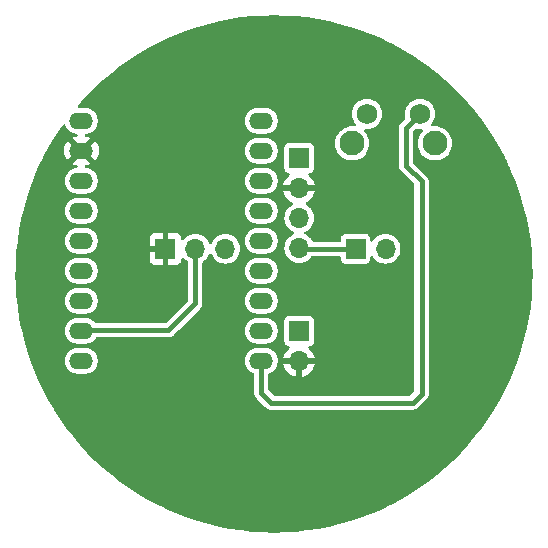
<source format=gbl>
G04 #@! TF.GenerationSoftware,KiCad,Pcbnew,8.0.6*
G04 #@! TF.CreationDate,2024-11-23T11:54:57+01:00*
G04 #@! TF.ProjectId,ChristmasTreeBrain,43687269-7374-46d6-9173-547265654272,rev?*
G04 #@! TF.SameCoordinates,Original*
G04 #@! TF.FileFunction,Copper,L2,Bot*
G04 #@! TF.FilePolarity,Positive*
%FSLAX46Y46*%
G04 Gerber Fmt 4.6, Leading zero omitted, Abs format (unit mm)*
G04 Created by KiCad (PCBNEW 8.0.6) date 2024-11-23 11:54:57*
%MOMM*%
%LPD*%
G01*
G04 APERTURE LIST*
G04 #@! TA.AperFunction,ComponentPad*
%ADD10C,2.100000*%
G04 #@! TD*
G04 #@! TA.AperFunction,ComponentPad*
%ADD11C,1.750000*%
G04 #@! TD*
G04 #@! TA.AperFunction,ComponentPad*
%ADD12O,2.000000X1.400000*%
G04 #@! TD*
G04 #@! TA.AperFunction,ComponentPad*
%ADD13R,1.700000X1.700000*%
G04 #@! TD*
G04 #@! TA.AperFunction,ComponentPad*
%ADD14O,1.700000X1.700000*%
G04 #@! TD*
G04 #@! TA.AperFunction,Conductor*
%ADD15C,0.400000*%
G04 #@! TD*
G04 APERTURE END LIST*
D10*
X206680000Y-48150000D03*
X213690000Y-48150000D03*
D11*
X207930000Y-45660000D03*
X212430000Y-45660000D03*
D12*
X183740000Y-46240000D03*
X183740000Y-48780000D03*
X183740000Y-51320000D03*
X183740000Y-53860000D03*
X183740000Y-56400000D03*
X183740000Y-58940000D03*
X183740000Y-61480000D03*
X183740000Y-64020000D03*
X183740000Y-66560000D03*
X198980000Y-66560000D03*
X198980000Y-64020000D03*
X198980000Y-61480000D03*
X198980000Y-58940000D03*
X198980000Y-56400000D03*
X198980000Y-53860000D03*
X198980000Y-51320000D03*
X198980000Y-48780000D03*
X198980000Y-46240000D03*
D13*
X202187686Y-49392309D03*
D14*
X202187686Y-51932309D03*
X202187686Y-54472309D03*
X202187686Y-57012309D03*
D13*
X190869995Y-57080000D03*
D14*
X193409995Y-57080000D03*
X195949995Y-57080000D03*
D13*
X202187686Y-64042309D03*
D14*
X202187686Y-66582309D03*
D13*
X206964995Y-57080000D03*
D14*
X209504995Y-57080000D03*
D15*
X195970000Y-57059995D02*
X195949995Y-57080000D01*
X193400000Y-57089995D02*
X193409995Y-57080000D01*
X193400000Y-61680000D02*
X193400000Y-57089995D01*
X183780000Y-63980000D02*
X183740000Y-64020000D01*
X191100000Y-63980000D02*
X183780000Y-63980000D01*
X193400000Y-61680000D02*
X191100000Y-63980000D01*
X206964995Y-57080000D02*
X202255377Y-57080000D01*
X207910000Y-45640000D02*
X207930000Y-45660000D01*
X211220000Y-50040000D02*
X211220000Y-46870000D01*
X212550000Y-69350000D02*
X212550000Y-51370000D01*
X212550000Y-51370000D02*
X211220000Y-50040000D01*
X199810000Y-70110000D02*
X198980000Y-69280000D01*
X211790000Y-70110000D02*
X199810000Y-70110000D01*
X198980000Y-69280000D02*
X198980000Y-66560000D01*
X211220000Y-46870000D02*
X212430000Y-45660000D01*
X211790000Y-70110000D02*
X212550000Y-69350000D01*
G04 #@! TA.AperFunction,Conductor*
G36*
X200991841Y-37330176D02*
G01*
X200997016Y-37330396D01*
X201919607Y-37389227D01*
X201924824Y-37389671D01*
X202844029Y-37487599D01*
X202849184Y-37488258D01*
X203763470Y-37625120D01*
X203768595Y-37625999D01*
X204676224Y-37801536D01*
X204681292Y-37802628D01*
X205580658Y-38016528D01*
X205585685Y-38017837D01*
X206475182Y-38269721D01*
X206480157Y-38271246D01*
X207358090Y-38560629D01*
X207363025Y-38562372D01*
X208227952Y-38888781D01*
X208232764Y-38890715D01*
X209083025Y-39253525D01*
X209087775Y-39255672D01*
X209921858Y-39654233D01*
X209926558Y-39656603D01*
X210742951Y-40090193D01*
X210747546Y-40092760D01*
X211109185Y-40304978D01*
X211544804Y-40560610D01*
X211549261Y-40563354D01*
X212171692Y-40965065D01*
X212325963Y-41064630D01*
X212330324Y-41067578D01*
X213085020Y-41601345D01*
X213089252Y-41604475D01*
X213820616Y-42169792D01*
X213824711Y-42173099D01*
X214531428Y-42768951D01*
X214535380Y-42772429D01*
X215216188Y-43397754D01*
X215219988Y-43401396D01*
X215873603Y-44055011D01*
X215877245Y-44058811D01*
X216502570Y-44739619D01*
X216506048Y-44743571D01*
X217101900Y-45450288D01*
X217105207Y-45454383D01*
X217670524Y-46185747D01*
X217673654Y-46189979D01*
X218207421Y-46944675D01*
X218210369Y-46949036D01*
X218711637Y-47725725D01*
X218714397Y-47730208D01*
X219182239Y-48527453D01*
X219184806Y-48532048D01*
X219618396Y-49348441D01*
X219620766Y-49353141D01*
X219689474Y-49496928D01*
X219995328Y-50137000D01*
X220019312Y-50187191D01*
X220021480Y-50191988D01*
X220067624Y-50300128D01*
X220321117Y-50894201D01*
X220384269Y-51042199D01*
X220386227Y-51047071D01*
X220456541Y-51233389D01*
X220712622Y-51911960D01*
X220714375Y-51916924D01*
X221003744Y-52794813D01*
X221005286Y-52799846D01*
X221257153Y-53689281D01*
X221258478Y-53694374D01*
X221437639Y-54447674D01*
X221472362Y-54593668D01*
X221473471Y-54598814D01*
X221648994Y-55506372D01*
X221649884Y-55511560D01*
X221786736Y-56425782D01*
X221787404Y-56431003D01*
X221885326Y-57350161D01*
X221885773Y-57355406D01*
X221944601Y-58277941D01*
X221944824Y-58283200D01*
X221964444Y-59207368D01*
X221964444Y-59212632D01*
X221944824Y-60136799D01*
X221944601Y-60142058D01*
X221885773Y-61064593D01*
X221885326Y-61069838D01*
X221787404Y-61988996D01*
X221786736Y-61994217D01*
X221649884Y-62908439D01*
X221648994Y-62913627D01*
X221473471Y-63821185D01*
X221472362Y-63826331D01*
X221258479Y-64725624D01*
X221257153Y-64730718D01*
X221005286Y-65620153D01*
X221003744Y-65625186D01*
X220714375Y-66503075D01*
X220712622Y-66508039D01*
X220386232Y-67372916D01*
X220384269Y-67377800D01*
X220021480Y-68228011D01*
X220019312Y-68232808D01*
X219620766Y-69066858D01*
X219618396Y-69071558D01*
X219184806Y-69887951D01*
X219182239Y-69892546D01*
X218714397Y-70689791D01*
X218711637Y-70694274D01*
X218210369Y-71470963D01*
X218207421Y-71475324D01*
X217673654Y-72230020D01*
X217670524Y-72234252D01*
X217105207Y-72965616D01*
X217101900Y-72969711D01*
X216506048Y-73676428D01*
X216502570Y-73680380D01*
X215877245Y-74361188D01*
X215873603Y-74364988D01*
X215219988Y-75018603D01*
X215216188Y-75022245D01*
X214535380Y-75647570D01*
X214531428Y-75651048D01*
X213824711Y-76246900D01*
X213820616Y-76250207D01*
X213089252Y-76815524D01*
X213085020Y-76818654D01*
X212330324Y-77352421D01*
X212325963Y-77355369D01*
X211549274Y-77856637D01*
X211544791Y-77859397D01*
X210747546Y-78327239D01*
X210742951Y-78329806D01*
X209926558Y-78763396D01*
X209921858Y-78765766D01*
X209087808Y-79164312D01*
X209083011Y-79166480D01*
X208232800Y-79529269D01*
X208227916Y-79531232D01*
X207363039Y-79857622D01*
X207358075Y-79859375D01*
X206480186Y-80148744D01*
X206475153Y-80150286D01*
X205585718Y-80402153D01*
X205580624Y-80403479D01*
X204681331Y-80617362D01*
X204676185Y-80618471D01*
X203768627Y-80793994D01*
X203763439Y-80794884D01*
X202849217Y-80931736D01*
X202843996Y-80932404D01*
X201924838Y-81030326D01*
X201919593Y-81030773D01*
X200997058Y-81089601D01*
X200991799Y-81089824D01*
X200067632Y-81109444D01*
X200062368Y-81109444D01*
X199138200Y-81089824D01*
X199132941Y-81089601D01*
X198210406Y-81030773D01*
X198205161Y-81030326D01*
X197286003Y-80932404D01*
X197280782Y-80931736D01*
X196366560Y-80794884D01*
X196361372Y-80793994D01*
X195453814Y-80618471D01*
X195448668Y-80617362D01*
X194549375Y-80403479D01*
X194544281Y-80402153D01*
X193654846Y-80150286D01*
X193649813Y-80148744D01*
X192771924Y-79859375D01*
X192766960Y-79857622D01*
X192320157Y-79689006D01*
X191902071Y-79531227D01*
X191897211Y-79529274D01*
X191046988Y-79166480D01*
X191042203Y-79164317D01*
X190625166Y-78965039D01*
X190208141Y-78765766D01*
X190203441Y-78763396D01*
X189387048Y-78329806D01*
X189382453Y-78327239D01*
X188585208Y-77859397D01*
X188580725Y-77856637D01*
X187804036Y-77355369D01*
X187799675Y-77352421D01*
X187044979Y-76818654D01*
X187040747Y-76815524D01*
X186309383Y-76250207D01*
X186305288Y-76246900D01*
X185598571Y-75651048D01*
X185594619Y-75647570D01*
X184913811Y-75022245D01*
X184910011Y-75018603D01*
X184256396Y-74364988D01*
X184252754Y-74361188D01*
X183627429Y-73680380D01*
X183623951Y-73676428D01*
X183028099Y-72969711D01*
X183024792Y-72965616D01*
X182459475Y-72234252D01*
X182456345Y-72230020D01*
X181922578Y-71475324D01*
X181919630Y-71470963D01*
X181428834Y-70710500D01*
X181418354Y-70694261D01*
X181415602Y-70689791D01*
X181403739Y-70669576D01*
X180947760Y-69892546D01*
X180945193Y-69887951D01*
X180511603Y-69071558D01*
X180509233Y-69066858D01*
X180251034Y-68526516D01*
X180110672Y-68232775D01*
X180108519Y-68228011D01*
X179745715Y-67377764D01*
X179743781Y-67372952D01*
X179417372Y-66508025D01*
X179415624Y-66503075D01*
X179405839Y-66473389D01*
X182339500Y-66473389D01*
X182339500Y-66646611D01*
X182347677Y-66698239D01*
X182359882Y-66775302D01*
X182366598Y-66817701D01*
X182420127Y-66982445D01*
X182498768Y-67136788D01*
X182600586Y-67276928D01*
X182723072Y-67399414D01*
X182863212Y-67501232D01*
X183017555Y-67579873D01*
X183182299Y-67633402D01*
X183353389Y-67660500D01*
X183353390Y-67660500D01*
X184126610Y-67660500D01*
X184126611Y-67660500D01*
X184297701Y-67633402D01*
X184462445Y-67579873D01*
X184616788Y-67501232D01*
X184756928Y-67399414D01*
X184879414Y-67276928D01*
X184981232Y-67136788D01*
X185059873Y-66982445D01*
X185113402Y-66817701D01*
X185140500Y-66646611D01*
X185140500Y-66473389D01*
X197579500Y-66473389D01*
X197579500Y-66646611D01*
X197587677Y-66698239D01*
X197599882Y-66775302D01*
X197606598Y-66817701D01*
X197660127Y-66982445D01*
X197738768Y-67136788D01*
X197840586Y-67276928D01*
X197963072Y-67399414D01*
X198037365Y-67453391D01*
X198103213Y-67501233D01*
X198257551Y-67579871D01*
X198257555Y-67579873D01*
X198293818Y-67591655D01*
X198351492Y-67631091D01*
X198378691Y-67695449D01*
X198379500Y-67709586D01*
X198379500Y-69193330D01*
X198379499Y-69193348D01*
X198379499Y-69359054D01*
X198379498Y-69359054D01*
X198420423Y-69511785D01*
X198442730Y-69550422D01*
X198442732Y-69550424D01*
X198499479Y-69648714D01*
X198499481Y-69648717D01*
X198618349Y-69767585D01*
X198618355Y-69767590D01*
X199325139Y-70474374D01*
X199325149Y-70474385D01*
X199329479Y-70478715D01*
X199329480Y-70478716D01*
X199441284Y-70590520D01*
X199528095Y-70640639D01*
X199528097Y-70640641D01*
X199578213Y-70669576D01*
X199578215Y-70669577D01*
X199730942Y-70710500D01*
X199730943Y-70710500D01*
X211703331Y-70710500D01*
X211703347Y-70710501D01*
X211710943Y-70710501D01*
X211869054Y-70710501D01*
X211869057Y-70710501D01*
X212021785Y-70669577D01*
X212071904Y-70640639D01*
X212158716Y-70590520D01*
X212270520Y-70478716D01*
X212270520Y-70478714D01*
X212280728Y-70468507D01*
X212280730Y-70468504D01*
X212908506Y-69840728D01*
X212908511Y-69840724D01*
X212918714Y-69830520D01*
X212918716Y-69830520D01*
X213030520Y-69718716D01*
X213082040Y-69629480D01*
X213109577Y-69581785D01*
X213150500Y-69429058D01*
X213150500Y-69270943D01*
X213150500Y-51459059D01*
X213150501Y-51459046D01*
X213150501Y-51290945D01*
X213150501Y-51290943D01*
X213109577Y-51138215D01*
X213080639Y-51088095D01*
X213030520Y-51001284D01*
X212918716Y-50889480D01*
X212918715Y-50889479D01*
X212914385Y-50885149D01*
X212914374Y-50885139D01*
X211856819Y-49827584D01*
X211823334Y-49766261D01*
X211820500Y-49739903D01*
X211820500Y-47170096D01*
X211840185Y-47103057D01*
X211856815Y-47082419D01*
X212007706Y-46931527D01*
X212069029Y-46898043D01*
X212127479Y-46899433D01*
X212207666Y-46920920D01*
X212385533Y-46936481D01*
X212429999Y-46940372D01*
X212430000Y-46940372D01*
X212430001Y-46940372D01*
X212463357Y-46937453D01*
X212548491Y-46930005D01*
X212616991Y-46943771D01*
X212667174Y-46992386D01*
X212683108Y-47060415D01*
X212659733Y-47126259D01*
X212650529Y-47137515D01*
X212541435Y-47256022D01*
X212541427Y-47256033D01*
X212409951Y-47457270D01*
X212313389Y-47677410D01*
X212254379Y-47910440D01*
X212234529Y-48149994D01*
X212234529Y-48150005D01*
X212254379Y-48389559D01*
X212313389Y-48622589D01*
X212409951Y-48842729D01*
X212430674Y-48874447D01*
X212541429Y-49043969D01*
X212704236Y-49220825D01*
X212704239Y-49220827D01*
X212704242Y-49220830D01*
X212893924Y-49368466D01*
X212893930Y-49368470D01*
X212893933Y-49368472D01*
X213105344Y-49482882D01*
X213105347Y-49482883D01*
X213332699Y-49560933D01*
X213332701Y-49560933D01*
X213332703Y-49560934D01*
X213569808Y-49600500D01*
X213569809Y-49600500D01*
X213810191Y-49600500D01*
X213810192Y-49600500D01*
X214047297Y-49560934D01*
X214274656Y-49482882D01*
X214486067Y-49368472D01*
X214675764Y-49220825D01*
X214838571Y-49043969D01*
X214970049Y-48842728D01*
X215066610Y-48622591D01*
X215125620Y-48389563D01*
X215144919Y-48156661D01*
X215145471Y-48150005D01*
X215145471Y-48149994D01*
X215125620Y-47910440D01*
X215125620Y-47910437D01*
X215066610Y-47677409D01*
X214970049Y-47457272D01*
X214909611Y-47364766D01*
X214876054Y-47313403D01*
X214838571Y-47256031D01*
X214675764Y-47079175D01*
X214675759Y-47079171D01*
X214675757Y-47079169D01*
X214486075Y-46931533D01*
X214486069Y-46931529D01*
X214274657Y-46817118D01*
X214274652Y-46817116D01*
X214047300Y-46739066D01*
X213867080Y-46708993D01*
X213810192Y-46699500D01*
X213569808Y-46699500D01*
X213500912Y-46710996D01*
X213431547Y-46702614D01*
X213377725Y-46658060D01*
X213356534Y-46591481D01*
X213374703Y-46524015D01*
X213392820Y-46501008D01*
X213410822Y-46483007D01*
X213538835Y-46300186D01*
X213633156Y-46097913D01*
X213690920Y-45882334D01*
X213710372Y-45660000D01*
X213690920Y-45437666D01*
X213633156Y-45222087D01*
X213538835Y-45019814D01*
X213410822Y-44836993D01*
X213253007Y-44679178D01*
X213070186Y-44551165D01*
X212867913Y-44456844D01*
X212867909Y-44456843D01*
X212867905Y-44456841D01*
X212652339Y-44399081D01*
X212652329Y-44399079D01*
X212430001Y-44379628D01*
X212429999Y-44379628D01*
X212207670Y-44399079D01*
X212207660Y-44399081D01*
X211992094Y-44456841D01*
X211992087Y-44456843D01*
X211992087Y-44456844D01*
X211789814Y-44551165D01*
X211606993Y-44679178D01*
X211606991Y-44679179D01*
X211606988Y-44679182D01*
X211449182Y-44836988D01*
X211449179Y-44836991D01*
X211449178Y-44836993D01*
X211321165Y-45019814D01*
X211227758Y-45220128D01*
X211226845Y-45222085D01*
X211226841Y-45222094D01*
X211169081Y-45437660D01*
X211169079Y-45437670D01*
X211149628Y-45659999D01*
X211149628Y-45660000D01*
X211169079Y-45882329D01*
X211169081Y-45882339D01*
X211190565Y-45962518D01*
X211188902Y-46032368D01*
X211158471Y-46082292D01*
X210851286Y-46389478D01*
X210739481Y-46501282D01*
X210739477Y-46501287D01*
X210721581Y-46532286D01*
X210720432Y-46534277D01*
X210687405Y-46591481D01*
X210665156Y-46630018D01*
X210660423Y-46638215D01*
X210619499Y-46790943D01*
X210619499Y-46790945D01*
X210619499Y-46959046D01*
X210619500Y-46959059D01*
X210619500Y-49953330D01*
X210619499Y-49953348D01*
X210619499Y-50119054D01*
X210619498Y-50119054D01*
X210660423Y-50271785D01*
X210689358Y-50321900D01*
X210689359Y-50321904D01*
X210689360Y-50321904D01*
X210715748Y-50367611D01*
X210739479Y-50408714D01*
X210739481Y-50408717D01*
X210858349Y-50527585D01*
X210858355Y-50527590D01*
X211913181Y-51582416D01*
X211946666Y-51643739D01*
X211949500Y-51670097D01*
X211949500Y-69049903D01*
X211929815Y-69116942D01*
X211913181Y-69137584D01*
X211577584Y-69473181D01*
X211516261Y-69506666D01*
X211489903Y-69509500D01*
X200110097Y-69509500D01*
X200043058Y-69489815D01*
X200022416Y-69473181D01*
X199616819Y-69067584D01*
X199583334Y-69006261D01*
X199580500Y-68979903D01*
X199580500Y-67709586D01*
X199600185Y-67642547D01*
X199652989Y-67596792D01*
X199666171Y-67591658D01*
X199702445Y-67579873D01*
X199856788Y-67501232D01*
X199996928Y-67399414D01*
X200119414Y-67276928D01*
X200221232Y-67136788D01*
X200299873Y-66982445D01*
X200353402Y-66817701D01*
X200380500Y-66646611D01*
X200380500Y-66473389D01*
X200358155Y-66332308D01*
X200857050Y-66332308D01*
X200857050Y-66332309D01*
X201754674Y-66332309D01*
X201721761Y-66389316D01*
X201687686Y-66516483D01*
X201687686Y-66648135D01*
X201721761Y-66775302D01*
X201754674Y-66832309D01*
X200857050Y-66832309D01*
X200914253Y-67045795D01*
X200914256Y-67045801D01*
X201014085Y-67259887D01*
X201149580Y-67453391D01*
X201316603Y-67620414D01*
X201510107Y-67755909D01*
X201724193Y-67855738D01*
X201724202Y-67855742D01*
X201937686Y-67912943D01*
X201937686Y-67015321D01*
X201994693Y-67048234D01*
X202121860Y-67082309D01*
X202253512Y-67082309D01*
X202380679Y-67048234D01*
X202437686Y-67015321D01*
X202437686Y-67912942D01*
X202651169Y-67855742D01*
X202651178Y-67855738D01*
X202865264Y-67755909D01*
X203058768Y-67620414D01*
X203225791Y-67453391D01*
X203361286Y-67259887D01*
X203461115Y-67045801D01*
X203461118Y-67045795D01*
X203518322Y-66832309D01*
X202620698Y-66832309D01*
X202653611Y-66775302D01*
X202687686Y-66648135D01*
X202687686Y-66516483D01*
X202653611Y-66389316D01*
X202620698Y-66332309D01*
X203518322Y-66332309D01*
X203518321Y-66332308D01*
X203461118Y-66118822D01*
X203461115Y-66118816D01*
X203361286Y-65904731D01*
X203361285Y-65904729D01*
X203225799Y-65711235D01*
X203225794Y-65711229D01*
X203058766Y-65544201D01*
X203019300Y-65516566D01*
X202975676Y-65461988D01*
X202968484Y-65392490D01*
X203000007Y-65330135D01*
X203060238Y-65294723D01*
X203071007Y-65292522D01*
X203162990Y-65277955D01*
X203276028Y-65220359D01*
X203365736Y-65130651D01*
X203423332Y-65017613D01*
X203423332Y-65017611D01*
X203423333Y-65017610D01*
X203438185Y-64923833D01*
X203438186Y-64923828D01*
X203438185Y-63160791D01*
X203423332Y-63067005D01*
X203365736Y-62953967D01*
X203365732Y-62953963D01*
X203365731Y-62953961D01*
X203276033Y-62864263D01*
X203276030Y-62864261D01*
X203276028Y-62864259D01*
X203199203Y-62825114D01*
X203162987Y-62806661D01*
X203069210Y-62791809D01*
X201306168Y-62791809D01*
X201225205Y-62804632D01*
X201212382Y-62806663D01*
X201099344Y-62864259D01*
X201099343Y-62864260D01*
X201099338Y-62864263D01*
X201009640Y-62953961D01*
X201009637Y-62953966D01*
X200952038Y-63067007D01*
X200937186Y-63160784D01*
X200937186Y-64923826D01*
X200947978Y-64991966D01*
X200952040Y-65017613D01*
X201009636Y-65130651D01*
X201009638Y-65130653D01*
X201009640Y-65130656D01*
X201099338Y-65220354D01*
X201099340Y-65220355D01*
X201099344Y-65220359D01*
X201212382Y-65277955D01*
X201212383Y-65277955D01*
X201212385Y-65277956D01*
X201304341Y-65292520D01*
X201367476Y-65322449D01*
X201404408Y-65381760D01*
X201403410Y-65451622D01*
X201364801Y-65509855D01*
X201356069Y-65516567D01*
X201316610Y-65544196D01*
X201149577Y-65711229D01*
X201149572Y-65711235D01*
X201014086Y-65904729D01*
X201014085Y-65904731D01*
X200914256Y-66118816D01*
X200914253Y-66118822D01*
X200857050Y-66332308D01*
X200358155Y-66332308D01*
X200353402Y-66302299D01*
X200299873Y-66137555D01*
X200221232Y-65983212D01*
X200119414Y-65843072D01*
X199996928Y-65720586D01*
X199856788Y-65618768D01*
X199702445Y-65540127D01*
X199537701Y-65486598D01*
X199537699Y-65486597D01*
X199537698Y-65486597D01*
X199406271Y-65465781D01*
X199366611Y-65459500D01*
X198593389Y-65459500D01*
X198553728Y-65465781D01*
X198422302Y-65486597D01*
X198257552Y-65540128D01*
X198103211Y-65618768D01*
X198094378Y-65625186D01*
X197963072Y-65720586D01*
X197963070Y-65720588D01*
X197963069Y-65720588D01*
X197840588Y-65843069D01*
X197840588Y-65843070D01*
X197840586Y-65843072D01*
X197796859Y-65903256D01*
X197738768Y-65983211D01*
X197660128Y-66137552D01*
X197606597Y-66302302D01*
X197592816Y-66389316D01*
X197579500Y-66473389D01*
X185140500Y-66473389D01*
X185113402Y-66302299D01*
X185059873Y-66137555D01*
X184981232Y-65983212D01*
X184879414Y-65843072D01*
X184756928Y-65720586D01*
X184616788Y-65618768D01*
X184462445Y-65540127D01*
X184297701Y-65486598D01*
X184297699Y-65486597D01*
X184297698Y-65486597D01*
X184166271Y-65465781D01*
X184126611Y-65459500D01*
X183353389Y-65459500D01*
X183313728Y-65465781D01*
X183182302Y-65486597D01*
X183017552Y-65540128D01*
X182863211Y-65618768D01*
X182854378Y-65625186D01*
X182723072Y-65720586D01*
X182723070Y-65720588D01*
X182723069Y-65720588D01*
X182600588Y-65843069D01*
X182600588Y-65843070D01*
X182600586Y-65843072D01*
X182556859Y-65903256D01*
X182498768Y-65983211D01*
X182420128Y-66137552D01*
X182366597Y-66302302D01*
X182352816Y-66389316D01*
X182339500Y-66473389D01*
X179405839Y-66473389D01*
X179378127Y-66389316D01*
X179126246Y-65625157D01*
X179124721Y-65620182D01*
X178872837Y-64730685D01*
X178871528Y-64725658D01*
X178683099Y-63933389D01*
X182339500Y-63933389D01*
X182339500Y-64106611D01*
X182366598Y-64277701D01*
X182420127Y-64442445D01*
X182498768Y-64596788D01*
X182600586Y-64736928D01*
X182723072Y-64859414D01*
X182863212Y-64961232D01*
X183017555Y-65039873D01*
X183182299Y-65093402D01*
X183353389Y-65120500D01*
X183353390Y-65120500D01*
X184126610Y-65120500D01*
X184126611Y-65120500D01*
X184297701Y-65093402D01*
X184462445Y-65039873D01*
X184616788Y-64961232D01*
X184756928Y-64859414D01*
X184879414Y-64736928D01*
X184955929Y-64631613D01*
X185011259Y-64588949D01*
X185056247Y-64580500D01*
X191013331Y-64580500D01*
X191013347Y-64580501D01*
X191020943Y-64580501D01*
X191179054Y-64580501D01*
X191179057Y-64580501D01*
X191331785Y-64539577D01*
X191399435Y-64500519D01*
X191468716Y-64460520D01*
X191580520Y-64348716D01*
X191580520Y-64348714D01*
X191590724Y-64338511D01*
X191590728Y-64338506D01*
X191995845Y-63933389D01*
X197579500Y-63933389D01*
X197579500Y-64106611D01*
X197606598Y-64277701D01*
X197660127Y-64442445D01*
X197738768Y-64596788D01*
X197840586Y-64736928D01*
X197963072Y-64859414D01*
X198103212Y-64961232D01*
X198257555Y-65039873D01*
X198422299Y-65093402D01*
X198593389Y-65120500D01*
X198593390Y-65120500D01*
X199366610Y-65120500D01*
X199366611Y-65120500D01*
X199537701Y-65093402D01*
X199702445Y-65039873D01*
X199856788Y-64961232D01*
X199996928Y-64859414D01*
X200119414Y-64736928D01*
X200221232Y-64596788D01*
X200299873Y-64442445D01*
X200353402Y-64277701D01*
X200380500Y-64106611D01*
X200380500Y-63933389D01*
X200353402Y-63762299D01*
X200299873Y-63597555D01*
X200221232Y-63443212D01*
X200119414Y-63303072D01*
X199996928Y-63180586D01*
X199856788Y-63078768D01*
X199702445Y-63000127D01*
X199537701Y-62946598D01*
X199537699Y-62946597D01*
X199537698Y-62946597D01*
X199406271Y-62925781D01*
X199366611Y-62919500D01*
X198593389Y-62919500D01*
X198553728Y-62925781D01*
X198422302Y-62946597D01*
X198257552Y-63000128D01*
X198103211Y-63078768D01*
X198023256Y-63136859D01*
X197963072Y-63180586D01*
X197963070Y-63180588D01*
X197963069Y-63180588D01*
X197840588Y-63303069D01*
X197840588Y-63303070D01*
X197840586Y-63303072D01*
X197840582Y-63303078D01*
X197738768Y-63443211D01*
X197660128Y-63597552D01*
X197606597Y-63762302D01*
X197596456Y-63826331D01*
X197579500Y-63933389D01*
X191995845Y-63933389D01*
X193768713Y-62160521D01*
X193768716Y-62160520D01*
X193880520Y-62048716D01*
X193930639Y-61961904D01*
X193959577Y-61911785D01*
X194000500Y-61759058D01*
X194000500Y-61600943D01*
X194000500Y-61393389D01*
X197579500Y-61393389D01*
X197579500Y-61566611D01*
X197606598Y-61737701D01*
X197660127Y-61902445D01*
X197738768Y-62056788D01*
X197840586Y-62196928D01*
X197963072Y-62319414D01*
X198103212Y-62421232D01*
X198257555Y-62499873D01*
X198422299Y-62553402D01*
X198593389Y-62580500D01*
X198593390Y-62580500D01*
X199366610Y-62580500D01*
X199366611Y-62580500D01*
X199537701Y-62553402D01*
X199702445Y-62499873D01*
X199856788Y-62421232D01*
X199996928Y-62319414D01*
X200119414Y-62196928D01*
X200221232Y-62056788D01*
X200299873Y-61902445D01*
X200353402Y-61737701D01*
X200380500Y-61566611D01*
X200380500Y-61393389D01*
X200353402Y-61222299D01*
X200299873Y-61057555D01*
X200221232Y-60903212D01*
X200119414Y-60763072D01*
X199996928Y-60640586D01*
X199856788Y-60538768D01*
X199702445Y-60460127D01*
X199537701Y-60406598D01*
X199537699Y-60406597D01*
X199537698Y-60406597D01*
X199406271Y-60385781D01*
X199366611Y-60379500D01*
X198593389Y-60379500D01*
X198553728Y-60385781D01*
X198422302Y-60406597D01*
X198257552Y-60460128D01*
X198103211Y-60538768D01*
X198023256Y-60596859D01*
X197963072Y-60640586D01*
X197963070Y-60640588D01*
X197963069Y-60640588D01*
X197840588Y-60763069D01*
X197840588Y-60763070D01*
X197840586Y-60763072D01*
X197796859Y-60823256D01*
X197738768Y-60903211D01*
X197660128Y-61057552D01*
X197606597Y-61222302D01*
X197581636Y-61379903D01*
X197579500Y-61393389D01*
X194000500Y-61393389D01*
X194000500Y-58853389D01*
X197579500Y-58853389D01*
X197579500Y-59026611D01*
X197606598Y-59197701D01*
X197660127Y-59362445D01*
X197738768Y-59516788D01*
X197840586Y-59656928D01*
X197963072Y-59779414D01*
X198103212Y-59881232D01*
X198257555Y-59959873D01*
X198422299Y-60013402D01*
X198593389Y-60040500D01*
X198593390Y-60040500D01*
X199366610Y-60040500D01*
X199366611Y-60040500D01*
X199537701Y-60013402D01*
X199702445Y-59959873D01*
X199856788Y-59881232D01*
X199996928Y-59779414D01*
X200119414Y-59656928D01*
X200221232Y-59516788D01*
X200299873Y-59362445D01*
X200353402Y-59197701D01*
X200380500Y-59026611D01*
X200380500Y-58853389D01*
X200353402Y-58682299D01*
X200299873Y-58517555D01*
X200221232Y-58363212D01*
X200119414Y-58223072D01*
X199996928Y-58100586D01*
X199856788Y-57998768D01*
X199702445Y-57920127D01*
X199537701Y-57866598D01*
X199537699Y-57866597D01*
X199537698Y-57866597D01*
X199406271Y-57845781D01*
X199366611Y-57839500D01*
X198593389Y-57839500D01*
X198553728Y-57845781D01*
X198422302Y-57866597D01*
X198257552Y-57920128D01*
X198103211Y-57998768D01*
X198025401Y-58055301D01*
X197963072Y-58100586D01*
X197963070Y-58100588D01*
X197963069Y-58100588D01*
X197840588Y-58223069D01*
X197840588Y-58223070D01*
X197840586Y-58223072D01*
X197808245Y-58267586D01*
X197738768Y-58363211D01*
X197660128Y-58517552D01*
X197606597Y-58682302D01*
X197579500Y-58853389D01*
X194000500Y-58853389D01*
X194000500Y-58257653D01*
X194020185Y-58190614D01*
X194053372Y-58156082D01*
X194216872Y-58041598D01*
X194371593Y-57886877D01*
X194497097Y-57707639D01*
X194567613Y-57556414D01*
X194613785Y-57503977D01*
X194680979Y-57484825D01*
X194747860Y-57505041D01*
X194792376Y-57556414D01*
X194862893Y-57707639D01*
X194988397Y-57886877D01*
X195143118Y-58041598D01*
X195322356Y-58167102D01*
X195520665Y-58259575D01*
X195732018Y-58316207D01*
X195914921Y-58332208D01*
X195949993Y-58335277D01*
X195949995Y-58335277D01*
X195949997Y-58335277D01*
X195978249Y-58332805D01*
X196167972Y-58316207D01*
X196379325Y-58259575D01*
X196577634Y-58167102D01*
X196756872Y-58041598D01*
X196911593Y-57886877D01*
X197037097Y-57707639D01*
X197129570Y-57509330D01*
X197186202Y-57297977D01*
X197205272Y-57080000D01*
X197186202Y-56862023D01*
X197151543Y-56732675D01*
X197129572Y-56650677D01*
X197129571Y-56650676D01*
X197129570Y-56650670D01*
X197037097Y-56452362D01*
X197037095Y-56452359D01*
X197037094Y-56452357D01*
X196939788Y-56313389D01*
X197579500Y-56313389D01*
X197579500Y-56486610D01*
X197606163Y-56654958D01*
X197606598Y-56657701D01*
X197660127Y-56822445D01*
X197738768Y-56976788D01*
X197840586Y-57116928D01*
X197963072Y-57239414D01*
X198103212Y-57341232D01*
X198257555Y-57419873D01*
X198422299Y-57473402D01*
X198593389Y-57500500D01*
X198593390Y-57500500D01*
X199366610Y-57500500D01*
X199366611Y-57500500D01*
X199537701Y-57473402D01*
X199702445Y-57419873D01*
X199856788Y-57341232D01*
X199996928Y-57239414D01*
X200119414Y-57116928D01*
X200221232Y-56976788D01*
X200299873Y-56822445D01*
X200353402Y-56657701D01*
X200380500Y-56486611D01*
X200380500Y-56313389D01*
X200353402Y-56142299D01*
X200299873Y-55977555D01*
X200221232Y-55823212D01*
X200119414Y-55683072D01*
X199996928Y-55560586D01*
X199856788Y-55458768D01*
X199702445Y-55380127D01*
X199537701Y-55326598D01*
X199537699Y-55326597D01*
X199537698Y-55326597D01*
X199406271Y-55305781D01*
X199366611Y-55299500D01*
X198593389Y-55299500D01*
X198553728Y-55305781D01*
X198422302Y-55326597D01*
X198257552Y-55380128D01*
X198103211Y-55458768D01*
X198037691Y-55506372D01*
X197963072Y-55560586D01*
X197963070Y-55560588D01*
X197963069Y-55560588D01*
X197840588Y-55683069D01*
X197840588Y-55683070D01*
X197840586Y-55683072D01*
X197822100Y-55708516D01*
X197738768Y-55823211D01*
X197660128Y-55977552D01*
X197606597Y-56142302D01*
X197579500Y-56313389D01*
X196939788Y-56313389D01*
X196911594Y-56273124D01*
X196836945Y-56198475D01*
X196756872Y-56118402D01*
X196577634Y-55992898D01*
X196577635Y-55992898D01*
X196577633Y-55992897D01*
X196432470Y-55925207D01*
X196379325Y-55900425D01*
X196379321Y-55900424D01*
X196379317Y-55900422D01*
X196167972Y-55843793D01*
X195949997Y-55824723D01*
X195949993Y-55824723D01*
X195858426Y-55832734D01*
X195732018Y-55843793D01*
X195732015Y-55843793D01*
X195520672Y-55900422D01*
X195520665Y-55900424D01*
X195520665Y-55900425D01*
X195517386Y-55901954D01*
X195322356Y-55992898D01*
X195322352Y-55992900D01*
X195143116Y-56118402D01*
X194988397Y-56273121D01*
X194862895Y-56452357D01*
X194862893Y-56452361D01*
X194792377Y-56603583D01*
X194746204Y-56656022D01*
X194679011Y-56675174D01*
X194612130Y-56654958D01*
X194567613Y-56603583D01*
X194553113Y-56572488D01*
X194497097Y-56452362D01*
X194497095Y-56452359D01*
X194497094Y-56452357D01*
X194371594Y-56273124D01*
X194296945Y-56198475D01*
X194216872Y-56118402D01*
X194037634Y-55992898D01*
X194037635Y-55992898D01*
X194037633Y-55992897D01*
X193892470Y-55925207D01*
X193839325Y-55900425D01*
X193839321Y-55900424D01*
X193839317Y-55900422D01*
X193627972Y-55843793D01*
X193409997Y-55824723D01*
X193409993Y-55824723D01*
X193318426Y-55832734D01*
X193192018Y-55843793D01*
X193192015Y-55843793D01*
X192980672Y-55900422D01*
X192980665Y-55900424D01*
X192980665Y-55900425D01*
X192977386Y-55901954D01*
X192782356Y-55992898D01*
X192782352Y-55992900D01*
X192603116Y-56118402D01*
X192448398Y-56273120D01*
X192445567Y-56277164D01*
X192390988Y-56320786D01*
X192321489Y-56327977D01*
X192259136Y-56296451D01*
X192223725Y-56236220D01*
X192219995Y-56206036D01*
X192219995Y-56182172D01*
X192219994Y-56182155D01*
X192213593Y-56122627D01*
X192213591Y-56122620D01*
X192163349Y-55987913D01*
X192163345Y-55987906D01*
X192077185Y-55872812D01*
X192077182Y-55872809D01*
X191962088Y-55786649D01*
X191962081Y-55786645D01*
X191827374Y-55736403D01*
X191827367Y-55736401D01*
X191767839Y-55730000D01*
X191119995Y-55730000D01*
X191119995Y-56646988D01*
X191062988Y-56614075D01*
X190935821Y-56580000D01*
X190804169Y-56580000D01*
X190677002Y-56614075D01*
X190619995Y-56646988D01*
X190619995Y-55730000D01*
X189972150Y-55730000D01*
X189912622Y-55736401D01*
X189912615Y-55736403D01*
X189777908Y-55786645D01*
X189777901Y-55786649D01*
X189662807Y-55872809D01*
X189662804Y-55872812D01*
X189576644Y-55987906D01*
X189576640Y-55987913D01*
X189526398Y-56122620D01*
X189526396Y-56122627D01*
X189519995Y-56182155D01*
X189519995Y-56830000D01*
X190436983Y-56830000D01*
X190404070Y-56887007D01*
X190369995Y-57014174D01*
X190369995Y-57145826D01*
X190404070Y-57272993D01*
X190436983Y-57330000D01*
X189519995Y-57330000D01*
X189519995Y-57977844D01*
X189526396Y-58037372D01*
X189526398Y-58037379D01*
X189576640Y-58172086D01*
X189576644Y-58172093D01*
X189662804Y-58287187D01*
X189662807Y-58287190D01*
X189777901Y-58373350D01*
X189777908Y-58373354D01*
X189912615Y-58423596D01*
X189912622Y-58423598D01*
X189972150Y-58429999D01*
X189972167Y-58430000D01*
X190619995Y-58430000D01*
X190619995Y-57513012D01*
X190677002Y-57545925D01*
X190804169Y-57580000D01*
X190935821Y-57580000D01*
X191062988Y-57545925D01*
X191119995Y-57513012D01*
X191119995Y-58430000D01*
X191767823Y-58430000D01*
X191767839Y-58429999D01*
X191827367Y-58423598D01*
X191827374Y-58423596D01*
X191962081Y-58373354D01*
X191962088Y-58373350D01*
X192077182Y-58287190D01*
X192077185Y-58287187D01*
X192163345Y-58172093D01*
X192163349Y-58172086D01*
X192213591Y-58037379D01*
X192213593Y-58037372D01*
X192219994Y-57977844D01*
X192219995Y-57977827D01*
X192219995Y-57953961D01*
X192239680Y-57886922D01*
X192292484Y-57841167D01*
X192361642Y-57831223D01*
X192425198Y-57860248D01*
X192445566Y-57882835D01*
X192448397Y-57886877D01*
X192603118Y-58041598D01*
X192746625Y-58142083D01*
X192790248Y-58196657D01*
X192799500Y-58243655D01*
X192799500Y-61379903D01*
X192779815Y-61446942D01*
X192763181Y-61467584D01*
X190887584Y-63343181D01*
X190826261Y-63376666D01*
X190799903Y-63379500D01*
X184998124Y-63379500D01*
X184931085Y-63359815D01*
X184897806Y-63328385D01*
X184879419Y-63303078D01*
X184879415Y-63303073D01*
X184756930Y-63180588D01*
X184756928Y-63180586D01*
X184616788Y-63078768D01*
X184462445Y-63000127D01*
X184297701Y-62946598D01*
X184297699Y-62946597D01*
X184297698Y-62946597D01*
X184166271Y-62925781D01*
X184126611Y-62919500D01*
X183353389Y-62919500D01*
X183313728Y-62925781D01*
X183182302Y-62946597D01*
X183017552Y-63000128D01*
X182863211Y-63078768D01*
X182783256Y-63136859D01*
X182723072Y-63180586D01*
X182723070Y-63180588D01*
X182723069Y-63180588D01*
X182600588Y-63303069D01*
X182600588Y-63303070D01*
X182600586Y-63303072D01*
X182600582Y-63303078D01*
X182498768Y-63443211D01*
X182420128Y-63597552D01*
X182366597Y-63762302D01*
X182356456Y-63826331D01*
X182339500Y-63933389D01*
X178683099Y-63933389D01*
X178657628Y-63826292D01*
X178656536Y-63821224D01*
X178480999Y-62913595D01*
X178480120Y-62908470D01*
X178343258Y-61994184D01*
X178342599Y-61989029D01*
X178279142Y-61393389D01*
X182339500Y-61393389D01*
X182339500Y-61566611D01*
X182366598Y-61737701D01*
X182420127Y-61902445D01*
X182498768Y-62056788D01*
X182600586Y-62196928D01*
X182723072Y-62319414D01*
X182863212Y-62421232D01*
X183017555Y-62499873D01*
X183182299Y-62553402D01*
X183353389Y-62580500D01*
X183353390Y-62580500D01*
X184126610Y-62580500D01*
X184126611Y-62580500D01*
X184297701Y-62553402D01*
X184462445Y-62499873D01*
X184616788Y-62421232D01*
X184756928Y-62319414D01*
X184879414Y-62196928D01*
X184981232Y-62056788D01*
X185059873Y-61902445D01*
X185113402Y-61737701D01*
X185140500Y-61566611D01*
X185140500Y-61393389D01*
X185113402Y-61222299D01*
X185059873Y-61057555D01*
X184981232Y-60903212D01*
X184879414Y-60763072D01*
X184756928Y-60640586D01*
X184616788Y-60538768D01*
X184462445Y-60460127D01*
X184297701Y-60406598D01*
X184297699Y-60406597D01*
X184297698Y-60406597D01*
X184166271Y-60385781D01*
X184126611Y-60379500D01*
X183353389Y-60379500D01*
X183313728Y-60385781D01*
X183182302Y-60406597D01*
X183017552Y-60460128D01*
X182863211Y-60538768D01*
X182783256Y-60596859D01*
X182723072Y-60640586D01*
X182723070Y-60640588D01*
X182723069Y-60640588D01*
X182600588Y-60763069D01*
X182600588Y-60763070D01*
X182600586Y-60763072D01*
X182556859Y-60823256D01*
X182498768Y-60903211D01*
X182420128Y-61057552D01*
X182366597Y-61222302D01*
X182341636Y-61379903D01*
X182339500Y-61393389D01*
X178279142Y-61393389D01*
X178244671Y-61069824D01*
X178244226Y-61064593D01*
X178185396Y-60142016D01*
X178185176Y-60136841D01*
X178165555Y-59212590D01*
X178165555Y-59207409D01*
X178173070Y-58853389D01*
X182339500Y-58853389D01*
X182339500Y-59026611D01*
X182366598Y-59197701D01*
X182420127Y-59362445D01*
X182498768Y-59516788D01*
X182600586Y-59656928D01*
X182723072Y-59779414D01*
X182863212Y-59881232D01*
X183017555Y-59959873D01*
X183182299Y-60013402D01*
X183353389Y-60040500D01*
X183353390Y-60040500D01*
X184126610Y-60040500D01*
X184126611Y-60040500D01*
X184297701Y-60013402D01*
X184462445Y-59959873D01*
X184616788Y-59881232D01*
X184756928Y-59779414D01*
X184879414Y-59656928D01*
X184981232Y-59516788D01*
X185059873Y-59362445D01*
X185113402Y-59197701D01*
X185140500Y-59026611D01*
X185140500Y-58853389D01*
X185113402Y-58682299D01*
X185059873Y-58517555D01*
X184981232Y-58363212D01*
X184879414Y-58223072D01*
X184756928Y-58100586D01*
X184616788Y-57998768D01*
X184462445Y-57920127D01*
X184297701Y-57866598D01*
X184297699Y-57866597D01*
X184297698Y-57866597D01*
X184166271Y-57845781D01*
X184126611Y-57839500D01*
X183353389Y-57839500D01*
X183313728Y-57845781D01*
X183182302Y-57866597D01*
X183017552Y-57920128D01*
X182863211Y-57998768D01*
X182785401Y-58055301D01*
X182723072Y-58100586D01*
X182723070Y-58100588D01*
X182723069Y-58100588D01*
X182600588Y-58223069D01*
X182600588Y-58223070D01*
X182600586Y-58223072D01*
X182568245Y-58267586D01*
X182498768Y-58363211D01*
X182420128Y-58517552D01*
X182366597Y-58682302D01*
X182339500Y-58853389D01*
X178173070Y-58853389D01*
X178185176Y-58283155D01*
X178185396Y-58277985D01*
X178244227Y-57355388D01*
X178244673Y-57350161D01*
X178342599Y-56430965D01*
X178343257Y-56425821D01*
X178360087Y-56313389D01*
X182339500Y-56313389D01*
X182339500Y-56486610D01*
X182366163Y-56654958D01*
X182366598Y-56657701D01*
X182420127Y-56822445D01*
X182498768Y-56976788D01*
X182600586Y-57116928D01*
X182723072Y-57239414D01*
X182863212Y-57341232D01*
X183017555Y-57419873D01*
X183182299Y-57473402D01*
X183353389Y-57500500D01*
X183353390Y-57500500D01*
X184126610Y-57500500D01*
X184126611Y-57500500D01*
X184297701Y-57473402D01*
X184462445Y-57419873D01*
X184616788Y-57341232D01*
X184756928Y-57239414D01*
X184879414Y-57116928D01*
X184981232Y-56976788D01*
X185059873Y-56822445D01*
X185113402Y-56657701D01*
X185140500Y-56486611D01*
X185140500Y-56313389D01*
X185113402Y-56142299D01*
X185059873Y-55977555D01*
X184981232Y-55823212D01*
X184879414Y-55683072D01*
X184756928Y-55560586D01*
X184616788Y-55458768D01*
X184462445Y-55380127D01*
X184297701Y-55326598D01*
X184297699Y-55326597D01*
X184297698Y-55326597D01*
X184166271Y-55305781D01*
X184126611Y-55299500D01*
X183353389Y-55299500D01*
X183313728Y-55305781D01*
X183182302Y-55326597D01*
X183017552Y-55380128D01*
X182863211Y-55458768D01*
X182797691Y-55506372D01*
X182723072Y-55560586D01*
X182723070Y-55560588D01*
X182723069Y-55560588D01*
X182600588Y-55683069D01*
X182600588Y-55683070D01*
X182600586Y-55683072D01*
X182582100Y-55708516D01*
X182498768Y-55823211D01*
X182420128Y-55977552D01*
X182366597Y-56142302D01*
X182339500Y-56313389D01*
X178360087Y-56313389D01*
X178480121Y-55511521D01*
X178480998Y-55506412D01*
X178656538Y-54598766D01*
X178657626Y-54593717D01*
X178852728Y-53773389D01*
X182339500Y-53773389D01*
X182339500Y-53946611D01*
X182366598Y-54117701D01*
X182420127Y-54282445D01*
X182498768Y-54436788D01*
X182600586Y-54576928D01*
X182723072Y-54699414D01*
X182863212Y-54801232D01*
X183017555Y-54879873D01*
X183182299Y-54933402D01*
X183353389Y-54960500D01*
X183353390Y-54960500D01*
X184126610Y-54960500D01*
X184126611Y-54960500D01*
X184297701Y-54933402D01*
X184462445Y-54879873D01*
X184616788Y-54801232D01*
X184756928Y-54699414D01*
X184879414Y-54576928D01*
X184981232Y-54436788D01*
X185059873Y-54282445D01*
X185113402Y-54117701D01*
X185140500Y-53946611D01*
X185140500Y-53773389D01*
X197579500Y-53773389D01*
X197579500Y-53946611D01*
X197606598Y-54117701D01*
X197660127Y-54282445D01*
X197738768Y-54436788D01*
X197840586Y-54576928D01*
X197963072Y-54699414D01*
X198103212Y-54801232D01*
X198257555Y-54879873D01*
X198422299Y-54933402D01*
X198593389Y-54960500D01*
X198593390Y-54960500D01*
X199366610Y-54960500D01*
X199366611Y-54960500D01*
X199537701Y-54933402D01*
X199702445Y-54879873D01*
X199856788Y-54801232D01*
X199996928Y-54699414D01*
X200119414Y-54576928D01*
X200221232Y-54436788D01*
X200299873Y-54282445D01*
X200353402Y-54117701D01*
X200380500Y-53946611D01*
X200380500Y-53773389D01*
X200353402Y-53602299D01*
X200299873Y-53437555D01*
X200221232Y-53283212D01*
X200119414Y-53143072D01*
X199996928Y-53020586D01*
X199856788Y-52918768D01*
X199702445Y-52840127D01*
X199537701Y-52786598D01*
X199537699Y-52786597D01*
X199537698Y-52786597D01*
X199406271Y-52765781D01*
X199366611Y-52759500D01*
X198593389Y-52759500D01*
X198553728Y-52765781D01*
X198422302Y-52786597D01*
X198257552Y-52840128D01*
X198103211Y-52918768D01*
X198023256Y-52976859D01*
X197963072Y-53020586D01*
X197963070Y-53020588D01*
X197963069Y-53020588D01*
X197840588Y-53143069D01*
X197840588Y-53143070D01*
X197840586Y-53143072D01*
X197796859Y-53203256D01*
X197738768Y-53283211D01*
X197660128Y-53437552D01*
X197606597Y-53602302D01*
X197579500Y-53773389D01*
X185140500Y-53773389D01*
X185113402Y-53602299D01*
X185059873Y-53437555D01*
X184981232Y-53283212D01*
X184879414Y-53143072D01*
X184756928Y-53020586D01*
X184616788Y-52918768D01*
X184462445Y-52840127D01*
X184297701Y-52786598D01*
X184297699Y-52786597D01*
X184297698Y-52786597D01*
X184166271Y-52765781D01*
X184126611Y-52759500D01*
X183353389Y-52759500D01*
X183313728Y-52765781D01*
X183182302Y-52786597D01*
X183017552Y-52840128D01*
X182863211Y-52918768D01*
X182783256Y-52976859D01*
X182723072Y-53020586D01*
X182723070Y-53020588D01*
X182723069Y-53020588D01*
X182600588Y-53143069D01*
X182600588Y-53143070D01*
X182600586Y-53143072D01*
X182556859Y-53203256D01*
X182498768Y-53283211D01*
X182420128Y-53437552D01*
X182366597Y-53602302D01*
X182339500Y-53773389D01*
X178852728Y-53773389D01*
X178871531Y-53694330D01*
X178872834Y-53689325D01*
X179124725Y-52799804D01*
X179126241Y-52794855D01*
X179415634Y-51916894D01*
X179417366Y-51911989D01*
X179743787Y-51047030D01*
X179745708Y-51042252D01*
X180108533Y-50191956D01*
X180110664Y-50187241D01*
X180509246Y-49353114D01*
X180511603Y-49348441D01*
X180945197Y-48532039D01*
X180947760Y-48527453D01*
X180950783Y-48522302D01*
X181415622Y-47730174D01*
X181418340Y-47725759D01*
X181919656Y-46948995D01*
X181922550Y-46944714D01*
X182183573Y-46575651D01*
X182238354Y-46532286D01*
X182307885Y-46525421D01*
X182370091Y-46557237D01*
X182402741Y-46608936D01*
X182420128Y-46662449D01*
X182474334Y-46768834D01*
X182498768Y-46816788D01*
X182600586Y-46956928D01*
X182723072Y-47079414D01*
X182863212Y-47181232D01*
X183017555Y-47259873D01*
X183182299Y-47313402D01*
X183182302Y-47313402D01*
X183182303Y-47313403D01*
X183281615Y-47329132D01*
X183332277Y-47337156D01*
X183395412Y-47367085D01*
X183432344Y-47426396D01*
X183431346Y-47496259D01*
X183392737Y-47554492D01*
X183332279Y-47582102D01*
X183158997Y-47609548D01*
X182980952Y-47667397D01*
X182980952Y-47667398D01*
X183610591Y-48297037D01*
X183547007Y-48314075D01*
X183432993Y-48379901D01*
X183339901Y-48472993D01*
X183274075Y-48587007D01*
X183257037Y-48650590D01*
X182564695Y-47958248D01*
X182524689Y-47998253D01*
X182524685Y-47998258D01*
X182413670Y-48151059D01*
X182327914Y-48319362D01*
X182269548Y-48498997D01*
X182240000Y-48685552D01*
X182240000Y-48874447D01*
X182269548Y-49061002D01*
X182327914Y-49240637D01*
X182413670Y-49408940D01*
X182524685Y-49561741D01*
X182524689Y-49561746D01*
X182564695Y-49601752D01*
X183257037Y-48909409D01*
X183274075Y-48972993D01*
X183339901Y-49087007D01*
X183432993Y-49180099D01*
X183547007Y-49245925D01*
X183610590Y-49262962D01*
X182980951Y-49892601D01*
X183158996Y-49950451D01*
X183332278Y-49977897D01*
X183395413Y-50007826D01*
X183432344Y-50067138D01*
X183431346Y-50137000D01*
X183392736Y-50195233D01*
X183332278Y-50222843D01*
X183182302Y-50246597D01*
X183017552Y-50300128D01*
X182863211Y-50378768D01*
X182783256Y-50436859D01*
X182723072Y-50480586D01*
X182723070Y-50480588D01*
X182723069Y-50480588D01*
X182600588Y-50603069D01*
X182600588Y-50603070D01*
X182600586Y-50603072D01*
X182582507Y-50627956D01*
X182498768Y-50743211D01*
X182420128Y-50897552D01*
X182366597Y-51062302D01*
X182362512Y-51088095D01*
X182339500Y-51233389D01*
X182339500Y-51406611D01*
X182366598Y-51577701D01*
X182420127Y-51742445D01*
X182498768Y-51896788D01*
X182600586Y-52036928D01*
X182723072Y-52159414D01*
X182863212Y-52261232D01*
X183017555Y-52339873D01*
X183182299Y-52393402D01*
X183353389Y-52420500D01*
X183353390Y-52420500D01*
X184126610Y-52420500D01*
X184126611Y-52420500D01*
X184297701Y-52393402D01*
X184462445Y-52339873D01*
X184616788Y-52261232D01*
X184756928Y-52159414D01*
X184879414Y-52036928D01*
X184981232Y-51896788D01*
X185059873Y-51742445D01*
X185113402Y-51577701D01*
X185140500Y-51406611D01*
X185140500Y-51233389D01*
X197579500Y-51233389D01*
X197579500Y-51406611D01*
X197606598Y-51577701D01*
X197660127Y-51742445D01*
X197738768Y-51896788D01*
X197840586Y-52036928D01*
X197963072Y-52159414D01*
X198103212Y-52261232D01*
X198257555Y-52339873D01*
X198422299Y-52393402D01*
X198593389Y-52420500D01*
X198593390Y-52420500D01*
X199366610Y-52420500D01*
X199366611Y-52420500D01*
X199537701Y-52393402D01*
X199702445Y-52339873D01*
X199856788Y-52261232D01*
X199996928Y-52159414D01*
X200119414Y-52036928D01*
X200221232Y-51896788D01*
X200299873Y-51742445D01*
X200319413Y-51682308D01*
X200857050Y-51682308D01*
X200857050Y-51682309D01*
X201754674Y-51682309D01*
X201721761Y-51739316D01*
X201687686Y-51866483D01*
X201687686Y-51998135D01*
X201721761Y-52125302D01*
X201754674Y-52182309D01*
X200857050Y-52182309D01*
X200914253Y-52395795D01*
X200914256Y-52395801D01*
X201014085Y-52609887D01*
X201149580Y-52803391D01*
X201316603Y-52970414D01*
X201510105Y-53105907D01*
X201593551Y-53144818D01*
X201645991Y-53190990D01*
X201665143Y-53258184D01*
X201644928Y-53325065D01*
X201593554Y-53369582D01*
X201560049Y-53385206D01*
X201560043Y-53385209D01*
X201380807Y-53510711D01*
X201226088Y-53665430D01*
X201100586Y-53844666D01*
X201100584Y-53844670D01*
X201008112Y-54042977D01*
X201008108Y-54042986D01*
X200951479Y-54254329D01*
X200951479Y-54254332D01*
X200949019Y-54282447D01*
X200932409Y-54472306D01*
X200932409Y-54472311D01*
X200951479Y-54690284D01*
X200951479Y-54690288D01*
X201008108Y-54901631D01*
X201008110Y-54901635D01*
X201008111Y-54901639D01*
X201054347Y-55000793D01*
X201100583Y-55099947D01*
X201100584Y-55099948D01*
X201226088Y-55279186D01*
X201380809Y-55433907D01*
X201560046Y-55559410D01*
X201560047Y-55559411D01*
X201711269Y-55629927D01*
X201763708Y-55676099D01*
X201782860Y-55743293D01*
X201762644Y-55810174D01*
X201711269Y-55854691D01*
X201560047Y-55925207D01*
X201560043Y-55925209D01*
X201380807Y-56050711D01*
X201226088Y-56205430D01*
X201100586Y-56384666D01*
X201100584Y-56384670D01*
X201008112Y-56582977D01*
X201008108Y-56582986D01*
X200951479Y-56794329D01*
X200951479Y-56794332D01*
X200949019Y-56822447D01*
X200932409Y-57012306D01*
X200932409Y-57012311D01*
X200951479Y-57230284D01*
X200951479Y-57230288D01*
X201008108Y-57441631D01*
X201008110Y-57441635D01*
X201008111Y-57441639D01*
X201037180Y-57503977D01*
X201100583Y-57639947D01*
X201100584Y-57639948D01*
X201226088Y-57819186D01*
X201380809Y-57973907D01*
X201560047Y-58099411D01*
X201758356Y-58191884D01*
X201969709Y-58248516D01*
X202152612Y-58264517D01*
X202187684Y-58267586D01*
X202187686Y-58267586D01*
X202187688Y-58267586D01*
X202215940Y-58265114D01*
X202405663Y-58248516D01*
X202617016Y-58191884D01*
X202815325Y-58099411D01*
X202994563Y-57973907D01*
X203149284Y-57819186D01*
X203209368Y-57733376D01*
X203263945Y-57689752D01*
X203310943Y-57680500D01*
X205590496Y-57680500D01*
X205657535Y-57700185D01*
X205703290Y-57752989D01*
X205714496Y-57804500D01*
X205714496Y-57961518D01*
X205729349Y-58055304D01*
X205786945Y-58168342D01*
X205786947Y-58168344D01*
X205786949Y-58168347D01*
X205876647Y-58258045D01*
X205876649Y-58258046D01*
X205876653Y-58258050D01*
X205989689Y-58315645D01*
X205989693Y-58315647D01*
X206083470Y-58330499D01*
X206083476Y-58330500D01*
X207846513Y-58330499D01*
X207940299Y-58315646D01*
X208053337Y-58258050D01*
X208143045Y-58168342D01*
X208200641Y-58055304D01*
X208200641Y-58055302D01*
X208200642Y-58055301D01*
X208215494Y-57961524D01*
X208215495Y-57961519D01*
X208215494Y-57811859D01*
X208235178Y-57744823D01*
X208287982Y-57699068D01*
X208357140Y-57689124D01*
X208420696Y-57718149D01*
X208441068Y-57740738D01*
X208510223Y-57839500D01*
X208543397Y-57886877D01*
X208698118Y-58041598D01*
X208877356Y-58167102D01*
X209075665Y-58259575D01*
X209287018Y-58316207D01*
X209469921Y-58332208D01*
X209504993Y-58335277D01*
X209504995Y-58335277D01*
X209504997Y-58335277D01*
X209533249Y-58332805D01*
X209722972Y-58316207D01*
X209934325Y-58259575D01*
X210132634Y-58167102D01*
X210311872Y-58041598D01*
X210466593Y-57886877D01*
X210592097Y-57707639D01*
X210684570Y-57509330D01*
X210741202Y-57297977D01*
X210760272Y-57080000D01*
X210741202Y-56862023D01*
X210706543Y-56732675D01*
X210684572Y-56650677D01*
X210684571Y-56650676D01*
X210684570Y-56650670D01*
X210592097Y-56452362D01*
X210592095Y-56452359D01*
X210592094Y-56452357D01*
X210466594Y-56273124D01*
X210391945Y-56198475D01*
X210311872Y-56118402D01*
X210132634Y-55992898D01*
X210132635Y-55992898D01*
X210132633Y-55992897D01*
X209987470Y-55925207D01*
X209934325Y-55900425D01*
X209934321Y-55900424D01*
X209934317Y-55900422D01*
X209722972Y-55843793D01*
X209504997Y-55824723D01*
X209504993Y-55824723D01*
X209413426Y-55832734D01*
X209287018Y-55843793D01*
X209287015Y-55843793D01*
X209075672Y-55900422D01*
X209075665Y-55900424D01*
X209075665Y-55900425D01*
X209072386Y-55901954D01*
X208877356Y-55992898D01*
X208877352Y-55992900D01*
X208698116Y-56118402D01*
X208543397Y-56273121D01*
X208441069Y-56419262D01*
X208386492Y-56462887D01*
X208316994Y-56470081D01*
X208254639Y-56438558D01*
X208219225Y-56378328D01*
X208215494Y-56348139D01*
X208215494Y-56198482D01*
X208212908Y-56182155D01*
X208200641Y-56104696D01*
X208143045Y-55991658D01*
X208143041Y-55991654D01*
X208143040Y-55991652D01*
X208053342Y-55901954D01*
X208053339Y-55901952D01*
X208053337Y-55901950D01*
X207976512Y-55862805D01*
X207940296Y-55844352D01*
X207846519Y-55829500D01*
X206083477Y-55829500D01*
X206002514Y-55842323D01*
X205989691Y-55844354D01*
X205876653Y-55901950D01*
X205876652Y-55901951D01*
X205876647Y-55901954D01*
X205786949Y-55991652D01*
X205786946Y-55991657D01*
X205786945Y-55991658D01*
X205767746Y-56029337D01*
X205729347Y-56104698D01*
X205714495Y-56198475D01*
X205714495Y-56355500D01*
X205694810Y-56422539D01*
X205642006Y-56468294D01*
X205590495Y-56479500D01*
X203398004Y-56479500D01*
X203330965Y-56459815D01*
X203285621Y-56407903D01*
X203274788Y-56384671D01*
X203274784Y-56384666D01*
X203149285Y-56205433D01*
X203086151Y-56142299D01*
X202994563Y-56050711D01*
X202815325Y-55925207D01*
X202664100Y-55854690D01*
X202611663Y-55808519D01*
X202592511Y-55741325D01*
X202612727Y-55674444D01*
X202664100Y-55629927D01*
X202815325Y-55559411D01*
X202994563Y-55433907D01*
X203149284Y-55279186D01*
X203274788Y-55099948D01*
X203367261Y-54901639D01*
X203423893Y-54690286D01*
X203442963Y-54472309D01*
X203423893Y-54254332D01*
X203367261Y-54042979D01*
X203274788Y-53844671D01*
X203274786Y-53844668D01*
X203274785Y-53844666D01*
X203149285Y-53665433D01*
X203086151Y-53602299D01*
X202994563Y-53510711D01*
X202815325Y-53385207D01*
X202815319Y-53385204D01*
X202781819Y-53369582D01*
X202729380Y-53323409D01*
X202710229Y-53256216D01*
X202730446Y-53189335D01*
X202781821Y-53144818D01*
X202865266Y-53105907D01*
X203058768Y-52970414D01*
X203225791Y-52803391D01*
X203361286Y-52609887D01*
X203461115Y-52395801D01*
X203461118Y-52395795D01*
X203518322Y-52182309D01*
X202620698Y-52182309D01*
X202653611Y-52125302D01*
X202687686Y-51998135D01*
X202687686Y-51866483D01*
X202653611Y-51739316D01*
X202620698Y-51682309D01*
X203518322Y-51682309D01*
X203518321Y-51682308D01*
X203461118Y-51468822D01*
X203461115Y-51468816D01*
X203361286Y-51254731D01*
X203361285Y-51254729D01*
X203225799Y-51061235D01*
X203225794Y-51061229D01*
X203058766Y-50894201D01*
X203019300Y-50866566D01*
X202975676Y-50811988D01*
X202968484Y-50742490D01*
X203000007Y-50680135D01*
X203060238Y-50644723D01*
X203071007Y-50642522D01*
X203162990Y-50627955D01*
X203276028Y-50570359D01*
X203365736Y-50480651D01*
X203423332Y-50367613D01*
X203423332Y-50367611D01*
X203423333Y-50367610D01*
X203438185Y-50273833D01*
X203438186Y-50273828D01*
X203438185Y-48510791D01*
X203423332Y-48417005D01*
X203365736Y-48303967D01*
X203365732Y-48303963D01*
X203365731Y-48303961D01*
X203276033Y-48214263D01*
X203276030Y-48214261D01*
X203276028Y-48214259D01*
X203199203Y-48175114D01*
X203162987Y-48156661D01*
X203120891Y-48149994D01*
X205224529Y-48149994D01*
X205224529Y-48150005D01*
X205244379Y-48389559D01*
X205303389Y-48622589D01*
X205399951Y-48842729D01*
X205420674Y-48874447D01*
X205531429Y-49043969D01*
X205694236Y-49220825D01*
X205694239Y-49220827D01*
X205694242Y-49220830D01*
X205883924Y-49368466D01*
X205883930Y-49368470D01*
X205883933Y-49368472D01*
X206095344Y-49482882D01*
X206095347Y-49482883D01*
X206322699Y-49560933D01*
X206322701Y-49560933D01*
X206322703Y-49560934D01*
X206559808Y-49600500D01*
X206559809Y-49600500D01*
X206800191Y-49600500D01*
X206800192Y-49600500D01*
X207037297Y-49560934D01*
X207264656Y-49482882D01*
X207476067Y-49368472D01*
X207665764Y-49220825D01*
X207828571Y-49043969D01*
X207960049Y-48842728D01*
X208056610Y-48622591D01*
X208115620Y-48389563D01*
X208134919Y-48156661D01*
X208135471Y-48150005D01*
X208135471Y-48149994D01*
X208115620Y-47910440D01*
X208115620Y-47910437D01*
X208056610Y-47677409D01*
X207960049Y-47457272D01*
X207899611Y-47364766D01*
X207866054Y-47313403D01*
X207828571Y-47256031D01*
X207720346Y-47138467D01*
X207689424Y-47075812D01*
X207697284Y-47006386D01*
X207741432Y-46952231D01*
X207807849Y-46930540D01*
X207822372Y-46930955D01*
X207930000Y-46940372D01*
X207930001Y-46940372D01*
X207967055Y-46937130D01*
X208152334Y-46920920D01*
X208367913Y-46863156D01*
X208570186Y-46768835D01*
X208753007Y-46640822D01*
X208910822Y-46483007D01*
X209038835Y-46300186D01*
X209133156Y-46097913D01*
X209190920Y-45882334D01*
X209210372Y-45660000D01*
X209190920Y-45437666D01*
X209133156Y-45222087D01*
X209038835Y-45019814D01*
X208910822Y-44836993D01*
X208753007Y-44679178D01*
X208570186Y-44551165D01*
X208367913Y-44456844D01*
X208367909Y-44456843D01*
X208367905Y-44456841D01*
X208152339Y-44399081D01*
X208152329Y-44399079D01*
X207930001Y-44379628D01*
X207929999Y-44379628D01*
X207707670Y-44399079D01*
X207707660Y-44399081D01*
X207492094Y-44456841D01*
X207492087Y-44456843D01*
X207492087Y-44456844D01*
X207289814Y-44551165D01*
X207106993Y-44679178D01*
X207106991Y-44679179D01*
X207106988Y-44679182D01*
X206949182Y-44836988D01*
X206949179Y-44836991D01*
X206949178Y-44836993D01*
X206821165Y-45019814D01*
X206727758Y-45220128D01*
X206726845Y-45222085D01*
X206726841Y-45222094D01*
X206669081Y-45437660D01*
X206669079Y-45437670D01*
X206649628Y-45659999D01*
X206649628Y-45660000D01*
X206669079Y-45882329D01*
X206669081Y-45882339D01*
X206726841Y-46097905D01*
X206726843Y-46097909D01*
X206726844Y-46097913D01*
X206821165Y-46300186D01*
X206949178Y-46483007D01*
X206949181Y-46483010D01*
X206949182Y-46483011D01*
X206965174Y-46499003D01*
X206998659Y-46560326D01*
X206993675Y-46630018D01*
X206951803Y-46685951D01*
X206886339Y-46710368D01*
X206857084Y-46708993D01*
X206800192Y-46699500D01*
X206559808Y-46699500D01*
X206512387Y-46707413D01*
X206322699Y-46739066D01*
X206095347Y-46817116D01*
X206095342Y-46817118D01*
X205883930Y-46931529D01*
X205883924Y-46931533D01*
X205694242Y-47079169D01*
X205694239Y-47079172D01*
X205694236Y-47079174D01*
X205694236Y-47079175D01*
X205672251Y-47103057D01*
X205531430Y-47256029D01*
X205531427Y-47256033D01*
X205399951Y-47457270D01*
X205303389Y-47677410D01*
X205244379Y-47910440D01*
X205224529Y-48149994D01*
X203120891Y-48149994D01*
X203069210Y-48141809D01*
X201306168Y-48141809D01*
X201225205Y-48154632D01*
X201212382Y-48156663D01*
X201099344Y-48214259D01*
X201099343Y-48214260D01*
X201099338Y-48214263D01*
X201009640Y-48303961D01*
X201009637Y-48303966D01*
X200952038Y-48417007D01*
X200937186Y-48510784D01*
X200937186Y-50273826D01*
X200941352Y-50300127D01*
X200952040Y-50367613D01*
X201009636Y-50480651D01*
X201009638Y-50480653D01*
X201009640Y-50480656D01*
X201099338Y-50570354D01*
X201099340Y-50570355D01*
X201099344Y-50570359D01*
X201212382Y-50627955D01*
X201212383Y-50627955D01*
X201212385Y-50627956D01*
X201304341Y-50642520D01*
X201367476Y-50672449D01*
X201404408Y-50731760D01*
X201403410Y-50801622D01*
X201364801Y-50859855D01*
X201356069Y-50866567D01*
X201316610Y-50894196D01*
X201149577Y-51061229D01*
X201149572Y-51061235D01*
X201014086Y-51254729D01*
X201014085Y-51254731D01*
X200914256Y-51468816D01*
X200914253Y-51468822D01*
X200857050Y-51682308D01*
X200319413Y-51682308D01*
X200353402Y-51577701D01*
X200380500Y-51406611D01*
X200380500Y-51233389D01*
X200353402Y-51062299D01*
X200299873Y-50897555D01*
X200221232Y-50743212D01*
X200119414Y-50603072D01*
X199996928Y-50480586D01*
X199856788Y-50378768D01*
X199702445Y-50300127D01*
X199537701Y-50246598D01*
X199537699Y-50246597D01*
X199537698Y-50246597D01*
X199406271Y-50225781D01*
X199366611Y-50219500D01*
X198593389Y-50219500D01*
X198553728Y-50225781D01*
X198422302Y-50246597D01*
X198257552Y-50300128D01*
X198103211Y-50378768D01*
X198023256Y-50436859D01*
X197963072Y-50480586D01*
X197963070Y-50480588D01*
X197963069Y-50480588D01*
X197840588Y-50603069D01*
X197840588Y-50603070D01*
X197840586Y-50603072D01*
X197822507Y-50627956D01*
X197738768Y-50743211D01*
X197660128Y-50897552D01*
X197606597Y-51062302D01*
X197602512Y-51088095D01*
X197579500Y-51233389D01*
X185140500Y-51233389D01*
X185113402Y-51062299D01*
X185059873Y-50897555D01*
X184981232Y-50743212D01*
X184879414Y-50603072D01*
X184756928Y-50480586D01*
X184616788Y-50378768D01*
X184462445Y-50300127D01*
X184297701Y-50246598D01*
X184297699Y-50246597D01*
X184297697Y-50246597D01*
X184147721Y-50222843D01*
X184084586Y-50192914D01*
X184047655Y-50133602D01*
X184048653Y-50063740D01*
X184087263Y-50005507D01*
X184147721Y-49977897D01*
X184320997Y-49950452D01*
X184320998Y-49950452D01*
X184499047Y-49892601D01*
X183869410Y-49262962D01*
X183932993Y-49245925D01*
X184047007Y-49180099D01*
X184140099Y-49087007D01*
X184205925Y-48972993D01*
X184222962Y-48909409D01*
X184915305Y-49601752D01*
X184955310Y-49561746D01*
X184955314Y-49561741D01*
X185066329Y-49408940D01*
X185152085Y-49240637D01*
X185210451Y-49061002D01*
X185240000Y-48874447D01*
X185240000Y-48693389D01*
X197579500Y-48693389D01*
X197579500Y-48866611D01*
X197606598Y-49037701D01*
X197660127Y-49202445D01*
X197738768Y-49356788D01*
X197840586Y-49496928D01*
X197963072Y-49619414D01*
X198103212Y-49721232D01*
X198257555Y-49799873D01*
X198422299Y-49853402D01*
X198593389Y-49880500D01*
X198593390Y-49880500D01*
X199366610Y-49880500D01*
X199366611Y-49880500D01*
X199537701Y-49853402D01*
X199702445Y-49799873D01*
X199856788Y-49721232D01*
X199996928Y-49619414D01*
X200119414Y-49496928D01*
X200221232Y-49356788D01*
X200299873Y-49202445D01*
X200353402Y-49037701D01*
X200380500Y-48866611D01*
X200380500Y-48693389D01*
X200353402Y-48522299D01*
X200299873Y-48357555D01*
X200221232Y-48203212D01*
X200119414Y-48063072D01*
X199996928Y-47940586D01*
X199856788Y-47838768D01*
X199702445Y-47760127D01*
X199537701Y-47706598D01*
X199537699Y-47706597D01*
X199537698Y-47706597D01*
X199406271Y-47685781D01*
X199366611Y-47679500D01*
X198593389Y-47679500D01*
X198553728Y-47685781D01*
X198422302Y-47706597D01*
X198257552Y-47760128D01*
X198103211Y-47838768D01*
X198023256Y-47896859D01*
X197963072Y-47940586D01*
X197963070Y-47940588D01*
X197963069Y-47940588D01*
X197840588Y-48063069D01*
X197840588Y-48063070D01*
X197840586Y-48063072D01*
X197796859Y-48123256D01*
X197738768Y-48203211D01*
X197660128Y-48357552D01*
X197606597Y-48522302D01*
X197590713Y-48622591D01*
X197579500Y-48693389D01*
X185240000Y-48693389D01*
X185240000Y-48685552D01*
X185210451Y-48498997D01*
X185152085Y-48319362D01*
X185066329Y-48151059D01*
X184955314Y-47998258D01*
X184955310Y-47998253D01*
X184915305Y-47958248D01*
X184222962Y-48650590D01*
X184205925Y-48587007D01*
X184140099Y-48472993D01*
X184047007Y-48379901D01*
X183932993Y-48314075D01*
X183869409Y-48297037D01*
X184499046Y-47667398D01*
X184499046Y-47667397D01*
X184321002Y-47609548D01*
X184147720Y-47582102D01*
X184084586Y-47552172D01*
X184047655Y-47492861D01*
X184048653Y-47422998D01*
X184087263Y-47364766D01*
X184147720Y-47337156D01*
X184241306Y-47322334D01*
X184297696Y-47313403D01*
X184297696Y-47313402D01*
X184297701Y-47313402D01*
X184462445Y-47259873D01*
X184616788Y-47181232D01*
X184756928Y-47079414D01*
X184879414Y-46956928D01*
X184981232Y-46816788D01*
X185059873Y-46662445D01*
X185113402Y-46497701D01*
X185140500Y-46326611D01*
X185140500Y-46153389D01*
X197579500Y-46153389D01*
X197579500Y-46326610D01*
X197604270Y-46483007D01*
X197606598Y-46497701D01*
X197660127Y-46662445D01*
X197738768Y-46816788D01*
X197840586Y-46956928D01*
X197963072Y-47079414D01*
X198103212Y-47181232D01*
X198257555Y-47259873D01*
X198422299Y-47313402D01*
X198593389Y-47340500D01*
X198593390Y-47340500D01*
X199366610Y-47340500D01*
X199366611Y-47340500D01*
X199537701Y-47313402D01*
X199702445Y-47259873D01*
X199856788Y-47181232D01*
X199996928Y-47079414D01*
X200119414Y-46956928D01*
X200221232Y-46816788D01*
X200299873Y-46662445D01*
X200353402Y-46497701D01*
X200380500Y-46326611D01*
X200380500Y-46153389D01*
X200353402Y-45982299D01*
X200299873Y-45817555D01*
X200221232Y-45663212D01*
X200119414Y-45523072D01*
X199996928Y-45400586D01*
X199856788Y-45298768D01*
X199702447Y-45220128D01*
X199702446Y-45220127D01*
X199702445Y-45220127D01*
X199537701Y-45166598D01*
X199537699Y-45166597D01*
X199537698Y-45166597D01*
X199406271Y-45145781D01*
X199366611Y-45139500D01*
X198593389Y-45139500D01*
X198553728Y-45145781D01*
X198422302Y-45166597D01*
X198257552Y-45220128D01*
X198103211Y-45298768D01*
X198023256Y-45356859D01*
X197963072Y-45400586D01*
X197963070Y-45400588D01*
X197963069Y-45400588D01*
X197840588Y-45523069D01*
X197840588Y-45523070D01*
X197840586Y-45523072D01*
X197796859Y-45583256D01*
X197738768Y-45663211D01*
X197660128Y-45817552D01*
X197606597Y-45982302D01*
X197579500Y-46153389D01*
X185140500Y-46153389D01*
X185113402Y-45982299D01*
X185059873Y-45817555D01*
X184981232Y-45663212D01*
X184879414Y-45523072D01*
X184756928Y-45400586D01*
X184616788Y-45298768D01*
X184462447Y-45220128D01*
X184462446Y-45220127D01*
X184462445Y-45220127D01*
X184297701Y-45166598D01*
X184297699Y-45166597D01*
X184297698Y-45166597D01*
X184166271Y-45145781D01*
X184126611Y-45139500D01*
X183556872Y-45139500D01*
X183489833Y-45119815D01*
X183444078Y-45067011D01*
X183434134Y-44997853D01*
X183462071Y-44935571D01*
X183623951Y-44743571D01*
X183627429Y-44739619D01*
X183682945Y-44679178D01*
X184252754Y-44058811D01*
X184256372Y-44055035D01*
X184910035Y-43401372D01*
X184913811Y-43397754D01*
X185594619Y-42772429D01*
X185598571Y-42768951D01*
X186305288Y-42173099D01*
X186309359Y-42169811D01*
X187040772Y-41604456D01*
X187044954Y-41601363D01*
X187799692Y-41067565D01*
X187804017Y-41064642D01*
X188580759Y-40563340D01*
X188585174Y-40560622D01*
X189382462Y-40092754D01*
X189387048Y-40090193D01*
X190203441Y-39656603D01*
X190208114Y-39654246D01*
X191042241Y-39255664D01*
X191046956Y-39253533D01*
X191897252Y-38890708D01*
X191902030Y-38888787D01*
X192766989Y-38562366D01*
X192771894Y-38560634D01*
X193649855Y-38271241D01*
X193654804Y-38269725D01*
X194544325Y-38017834D01*
X194549330Y-38016531D01*
X195448717Y-37802626D01*
X195453766Y-37801538D01*
X196361412Y-37625998D01*
X196366521Y-37625121D01*
X197280821Y-37488257D01*
X197285965Y-37487599D01*
X198205179Y-37389671D01*
X198210388Y-37389227D01*
X199132985Y-37330396D01*
X199138155Y-37330176D01*
X200062409Y-37310555D01*
X200067591Y-37310555D01*
X200991841Y-37330176D01*
G37*
G04 #@! TD.AperFunction*
M02*

</source>
